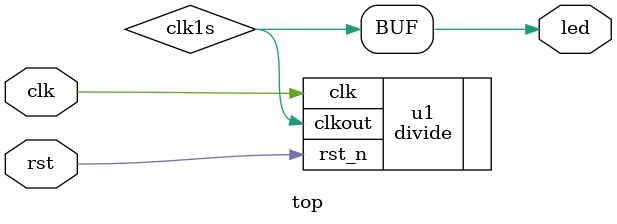
<source format=v>
module top(clk, rst, led);
    input clk;
    input rst;
    output led;

    wire clk1s;

    divide #(.WIDTH(32),.N(12_000_000)) u1(
        .clk(clk),
        .rst_n(rst),
        .clkout(clk1s)
        );

    assign led = clk1s;

endmodule
</source>
